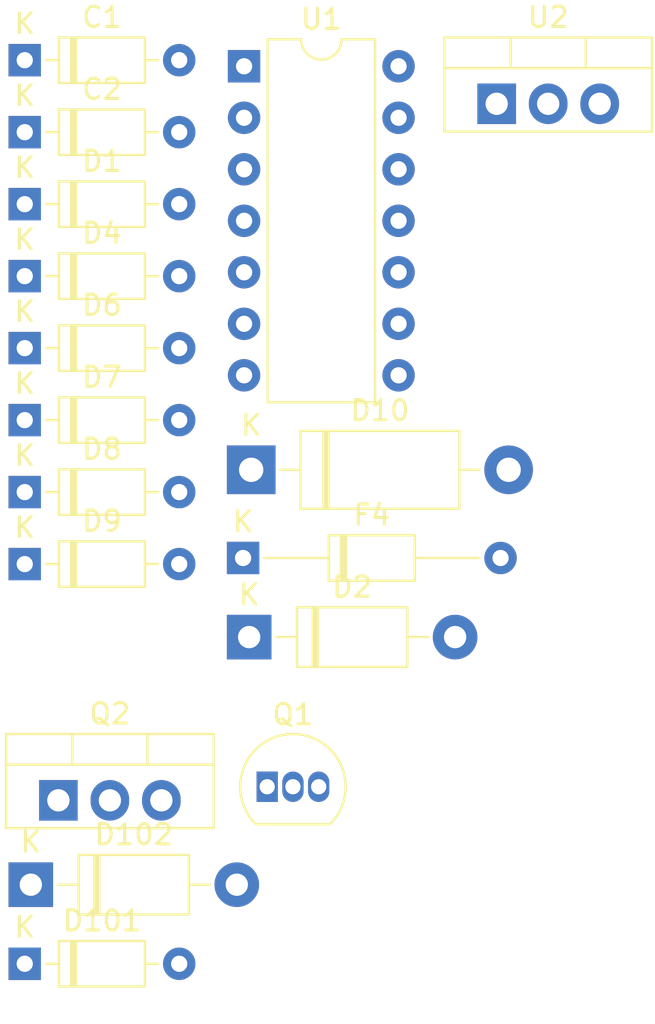
<source format=kicad_pcb>
(kicad_pcb (version 20221018) (generator pcbnew)
  (layers (0 "F.Cu" signal) (31 "B.Cu" signal) (34 "B.Paste" user) (35 "F.Paste" user) (36 "B.SilkS" user "B.Silkscreen") (37 "F.SilkS" user "F.Silkscreen") (38 "B.Mask" user) (39 "F.Mask" user) (44 "Edge.Cuts" user))
  (net 0 "")
  (net 1 "VDC")
  (net 2 "GND")
  (net 3 "+5V")
  (net 5 "POWER")
  (net 6 "Net-(D2-A)")
  (net 7 "Net-(D4-K)")
  (net 8 "Net-(D4-A)")
  (net 9 "Net-(D6-A)")
  (net 10 "Net-(D8-A)")
  (net 11 "Net-(D10-A1)")
  (net 12 "Net-(D10-A2)")
  (net 14 "Net-(B1-+)")
  (net 15 "Net-(Q1-C)")
  (net 16 "Net-(Q1-B)")
  (net 17 "Net-(Q2-G)")
  (net 18 "Net-(B1--)")
  (net 19 "/Driver module/~{RESET}")
  (net 20 "BULB DRIVE")
  (net 21 "Net-(U1-PA7)")
  (net 22 "/Driver module/MOSI")
  (net 23 "/Driver module/MISO")
  (net 24 "/Driver module/SCK")
  (net 25 "BULB STATUS")
  (net 26 "/Driver module/LED")
  (net 27 "/Driver module/INPUT_SW")
  (footprint "Package_TO_SOT_THT:TO-220-3_Vertical" (layer "F.Cu") (at 2.735 37.775)
    (fp_text reference "Q2" (at 2.54 -4.27) (layer "F.SilkS"))
    (fp_text value "IRF5305")
    (fp_line (start -2.58 -3.27) (end -2.58 1.371) (stroke (width 0.12)) (layer "F.SilkS"))
    (fp_line (start -2.58 -3.27) (end 7.66 -3.27) (stroke (width 0.12)) (layer "F.SilkS"))
    (fp_line (start -2.58 -1.76) (end 7.66 -1.76) (stroke (width 0.12)) (layer "F.SilkS"))
    (fp_line (start -2.58 1.371) (end 7.66 1.371) (stroke (width 0.12)) (layer "F.SilkS"))
    (fp_line (start 0.69 -3.27) (end 0.69 -1.76) (stroke (width 0.12)) (layer "F.SilkS"))
    (fp_line (start 4.391 -3.27) (end 4.391 -1.76) (stroke (width 0.12)) (layer "F.SilkS"))
    (fp_line (start 7.66 -3.27) (end 7.66 1.371) (stroke (width 0.12)) (layer "F.SilkS"))
    (pad "1" thru_hole rect (at 0 0) (size 1.905 2) (drill 1.1) (layers "*.Cu" "*.Mask") (net 17 "Net-(Q2-G)"))
    (pad "2" thru_hole oval (at 2.54 0) (size 1.905 2) (drill 1.1) (layers "*.Cu" "*.Mask") (net 2 "GND"))
    (pad "3" thru_hole oval (at 5.08 0) (size 1.905 2) (drill 1.1) (layers "*.Cu" "*.Mask") (net 18 "Net-(B1--)"))
  )
  (footprint "Diode_THT:D_DO-35_SOD27_P7.62mm_Horizontal" (layer "F.Cu") (at 1.075 1.275)
    (fp_text reference "C1" (at 3.81 -2.12) (layer "F.SilkS"))
    (fp_text value "100n")
    (fp_text user "K" (at 0 -1.8) (layer "F.SilkS"))
    (fp_line (start 1.04 0) (end 1.69 0) (stroke (width 0.12)) (layer "F.SilkS"))
    (fp_line (start 1.69 -1.12) (end 1.69 1.12) (stroke (width 0.12)) (layer "F.SilkS"))
    (fp_line (start 1.69 1.12) (end 5.93 1.12) (stroke (width 0.12)) (layer "F.SilkS"))
    (fp_line (start 2.29 -1.12) (end 2.29 1.12) (stroke (width 0.12)) (layer "F.SilkS"))
    (fp_line (start 2.41 -1.12) (end 2.41 1.12) (stroke (width 0.12)) (layer "F.SilkS"))
    (fp_line (start 2.53 -1.12) (end 2.53 1.12) (stroke (width 0.12)) (layer "F.SilkS"))
    (fp_line (start 5.93 -1.12) (end 1.69 -1.12) (stroke (width 0.12)) (layer "F.SilkS"))
    (fp_line (start 5.93 1.12) (end 5.93 -1.12) (stroke (width 0.12)) (layer "F.SilkS"))
    (fp_line (start 6.58 0) (end 5.93 0) (stroke (width 0.12)) (layer "F.SilkS"))
    (pad "1" thru_hole rect (at 0 0) (size 1.6 1.6) (drill 0.8) (layers "*.Cu" "*.Mask") (net 1 "VDC"))
    (pad "2" thru_hole oval (at 7.62 0) (size 1.6 1.6) (drill 0.8) (layers "*.Cu" "*.Mask") (net 2 "GND"))
  )
  (footprint "Diode_THT:D_DO-35_SOD27_P7.62mm_Horizontal" (layer "F.Cu") (at 1.075 45.835)
    (fp_text reference "D101" (at 3.81 -2.12) (layer "F.SilkS"))
    (fp_text value "BZX55C 5.1V")
    (fp_text user "K" (at 0 -1.8) (layer "F.SilkS"))
    (fp_line (start 1.04 0) (end 1.69 0) (stroke (width 0.12)) (layer "F.SilkS"))
    (fp_line (start 1.69 -1.12) (end 1.69 1.12) (stroke (width 0.12)) (layer "F.SilkS"))
    (fp_line (start 1.69 1.12) (end 5.93 1.12) (stroke (width 0.12)) (layer "F.SilkS"))
    (fp_line (start 2.29 -1.12) (end 2.29 1.12) (stroke (width 0.12)) (layer "F.SilkS"))
    (fp_line (start 2.41 -1.12) (end 2.41 1.12) (stroke (width 0.12)) (layer "F.SilkS"))
    (fp_line (start 2.53 -1.12) (end 2.53 1.12) (stroke (width 0.12)) (layer "F.SilkS"))
    (fp_line (start 5.93 -1.12) (end 1.69 -1.12) (stroke (width 0.12)) (layer "F.SilkS"))
    (fp_line (start 5.93 1.12) (end 5.93 -1.12) (stroke (width 0.12)) (layer "F.SilkS"))
    (fp_line (start 6.58 0) (end 5.93 0) (stroke (width 0.12)) (layer "F.SilkS"))
    (pad "1" thru_hole rect (at 0 0) (size 1.6 1.6) (drill 0.8) (layers "*.Cu" "*.Mask") (net 2 "GND"))
    (pad "2" thru_hole oval (at 7.62 0) (size 1.6 1.6) (drill 0.8) (layers "*.Cu" "*.Mask"))
  )
  (footprint "Diode_THT:D_DO-35_SOD27_P7.62mm_Horizontal" (layer "F.Cu") (at 1.075 11.925)
    (fp_text reference "D4" (at 3.81 -2.12) (layer "F.SilkS"))
    (fp_text value "1N4148")
    (fp_text user "K" (at 0 -1.8) (layer "F.SilkS"))
    (fp_line (start 1.04 0) (end 1.69 0) (stroke (width 0.12)) (layer "F.SilkS"))
    (fp_line (start 1.69 -1.12) (end 1.69 1.12) (stroke (width 0.12)) (layer "F.SilkS"))
    (fp_line (start 1.69 1.12) (end 5.93 1.12) (stroke (width 0.12)) (layer "F.SilkS"))
    (fp_line (start 2.29 -1.12) (end 2.29 1.12) (stroke (width 0.12)) (layer "F.SilkS"))
    (fp_line (start 2.41 -1.12) (end 2.41 1.12) (stroke (width 0.12)) (layer "F.SilkS"))
    (fp_line (start 2.53 -1.12) (end 2.53 1.12) (stroke (width 0.12)) (layer "F.SilkS"))
    (fp_line (start 5.93 -1.12) (end 1.69 -1.12) (stroke (width 0.12)) (layer "F.SilkS"))
    (fp_line (start 5.93 1.12) (end 5.93 -1.12) (stroke (width 0.12)) (layer "F.SilkS"))
    (fp_line (start 6.58 0) (end 5.93 0) (stroke (width 0.12)) (layer "F.SilkS"))
    (pad "1" thru_hole rect (at 0 0) (size 1.6 1.6) (drill 0.8) (layers "*.Cu" "*.Mask") (net 7 "Net-(D4-K)"))
    (pad "2" thru_hole oval (at 7.62 0) (size 1.6 1.6) (drill 0.8) (layers "*.Cu" "*.Mask") (net 8 "Net-(D4-A)"))
  )
  (footprint "Diode_THT:D_DO-35_SOD27_P7.62mm_Horizontal" (layer "F.Cu") (at 1.075 22.575)
    (fp_text reference "D8" (at 3.81 -2.12) (layer "F.SilkS"))
    (fp_text value "1N4148")
    (fp_text user "K" (at 0 -1.8) (layer "F.SilkS"))
    (fp_line (start 1.04 0) (end 1.69 0) (stroke (width 0.12)) (layer "F.SilkS"))
    (fp_line (start 1.69 -1.12) (end 1.69 1.12) (stroke (width 0.12)) (layer "F.SilkS"))
    (fp_line (start 1.69 1.12) (end 5.93 1.12) (stroke (width 0.12)) (layer "F.SilkS"))
    (fp_line (start 2.29 -1.12) (end 2.29 1.12) (stroke (width 0.12)) (layer "F.SilkS"))
    (fp_line (start 2.41 -1.12) (end 2.41 1.12) (stroke (width 0.12)) (layer "F.SilkS"))
    (fp_line (start 2.53 -1.12) (end 2.53 1.12) (stroke (width 0.12)) (layer "F.SilkS"))
    (fp_line (start 5.93 -1.12) (end 1.69 -1.12) (stroke (width 0.12)) (layer "F.SilkS"))
    (fp_line (start 5.93 1.12) (end 5.93 -1.12) (stroke (width 0.12)) (layer "F.SilkS"))
    (fp_line (start 6.58 0) (end 5.93 0) (stroke (width 0.12)) (layer "F.SilkS"))
    (pad "1" thru_hole rect (at 0 0) (size 1.6 1.6) (drill 0.8) (layers "*.Cu" "*.Mask") (net 3 "+5V"))
    (pad "2" thru_hole oval (at 7.62 0) (size 1.6 1.6) (drill 0.8) (layers "*.Cu" "*.Mask") (net 10 "Net-(D8-A)"))
  )
  (footprint "Package_TO_SOT_THT:TO-92_Inline" (layer "F.Cu") (at 13.035 37.105)
    (fp_text reference "Q1" (at 1.27 -3.56) (layer "F.SilkS"))
    (fp_text value "BC547")
    (fp_line (start -0.53 1.85) (end 3.07 1.85) (stroke (width 0.12)) (layer "F.SilkS"))
    (fp_arc (start -0.568478 1.838478) (mid -1.132087 -0.994977) (end 1.27 -2.6) (stroke (width 0.12)) (layer "F.SilkS"))
    (fp_arc (start 1.27 -2.6) (mid 3.672087 -0.994977) (end 3.108478 1.838478) (stroke (width 0.12)) (layer "F.SilkS"))
    (pad "1" thru_hole rect (at 0 0) (size 1.05 1.5) (drill 0.75) (layers "*.Cu" "*.Mask") (net 15 "Net-(Q1-C)"))
    (pad "2" thru_hole oval (at 1.27 0) (size 1.05 1.5) (drill 0.75) (layers "*.Cu" "*.Mask") (net 16 "Net-(Q1-B)"))
    (pad "3" thru_hole oval (at 2.54 0) (size 1.05 1.5) (drill 0.75) (layers "*.Cu" "*.Mask") (net 2 "GND"))
  )
  (footprint "Diode_THT:D_DO-35_SOD27_P7.62mm_Horizontal" (layer "F.Cu") (at 1.075 26.125)
    (fp_text reference "D9" (at 3.81 -2.12) (layer "F.SilkS"))
    (fp_text value "1N4148")
    (fp_text user "K" (at 0 -1.8) (layer "F.SilkS"))
    (fp_line (start 1.04 0) (end 1.69 0) (stroke (width 0.12)) (layer "F.SilkS"))
    (fp_line (start 1.69 -1.12) (end 1.69 1.12) (stroke (width 0.12)) (layer "F.SilkS"))
    (fp_line (start 1.69 1.12) (end 5.93 1.12) (stroke (width 0.12)) (layer "F.SilkS"))
    (fp_line (start 2.29 -1.12) (end 2.29 1.12) (stroke (width 0.12)) (layer "F.SilkS"))
    (fp_line (start 2.41 -1.12) (end 2.41 1.12) (stroke (width 0.12)) (layer "F.SilkS"))
    (fp_line (start 2.53 -1.12) (end 2.53 1.12) (stroke (width 0.12)) (layer "F.SilkS"))
    (fp_line (start 5.93 -1.12) (end 1.69 -1.12) (stroke (width 0.12)) (layer "F.SilkS"))
    (fp_line (start 5.93 1.12) (end 5.93 -1.12) (stroke (width 0.12)) (layer "F.SilkS"))
    (fp_line (start 6.58 0) (end 5.93 0) (stroke (width 0.12)) (layer "F.SilkS"))
    (pad "1" thru_hole rect (at 0 0) (size 1.6 1.6) (drill 0.8) (layers "*.Cu" "*.Mask") (net 10 "Net-(D8-A)"))
    (pad "2" thru_hole oval (at 7.62 0) (size 1.6 1.6) (drill 0.8) (layers "*.Cu" "*.Mask") (net 2 "GND"))
  )
  (footprint "Diode_THT:D_DO-41_SOD81_P10.16mm_Horizontal" (layer "F.Cu") (at 1.375 41.935)
    (fp_text reference "D102" (at 5.08 -2.47) (layer "F.SilkS"))
    (fp_text value "1N4001")
    (fp_text user "K" (at 0 -2.1) (layer "F.SilkS"))
    (fp_line (start 1.34 0) (end 2.36 0) (stroke (width 0.12)) (layer "F.SilkS"))
    (fp_line (start 2.36 -1.47) (end 2.36 1.47) (stroke (width 0.12)) (layer "F.SilkS"))
    (fp_line (start 2.36 1.47) (end 7.8 1.47) (stroke (width 0.12)) (layer "F.SilkS"))
    (fp_line (start 3.14 -1.47) (end 3.14 1.47) (stroke (width 0.12)) (layer "F.SilkS"))
    (fp_line (start 3.26 -1.47) (end 3.26 1.47) (stroke (width 0.12)) (layer "F.SilkS"))
    (fp_line (start 3.38 -1.47) (end 3.38 1.47) (stroke (width 0.12)) (layer "F.SilkS"))
    (fp_line (start 7.8 -1.47) (end 2.36 -1.47) (stroke (width 0.12)) (layer "F.SilkS"))
    (fp_line (start 7.8 1.47) (end 7.8 -1.47) (stroke (width 0.12)) (layer "F.SilkS"))
    (fp_line (start 8.82 0) (end 7.8 0) (stroke (width 0.12)) (layer "F.SilkS"))
    (pad "1" thru_hole rect (at 0 0) (size 2.2 2.2) (drill 1.1) (layers "*.Cu" "*.Mask") (net 5 "POWER"))
    (pad "2" thru_hole oval (at 10.16 0) (size 2.2 2.2) (drill 1.1) (layers "*.Cu" "*.Mask") (net 14 "Net-(B1-+)"))
  )
  (footprint "Diode_THT:D_DO-35_SOD27_P7.62mm_Horizontal" (layer "F.Cu") (at 1.075 8.375)
    (fp_text reference "D1" (at 3.81 -2.12) (layer "F.SilkS"))
    (fp_text value "BZX55C 5.1V")
    (fp_text user "K" (at 0 -1.8) (layer "F.SilkS"))
    (fp_line (start 1.04 0) (end 1.69 0) (stroke (width 0.12)) (layer "F.SilkS"))
    (fp_line (start 1.69 -1.12) (end 1.69 1.12) (stroke (width 0.12)) (layer "F.SilkS"))
    (fp_line (start 1.69 1.12) (end 5.93 1.12) (stroke (width 0.12)) (layer "F.SilkS"))
    (fp_line (start 2.29 -1.12) (end 2.29 1.12) (stroke (width 0.12)) (layer "F.SilkS"))
    (fp_line (start 2.41 -1.12) (end 2.41 1.12) (stroke (width 0.12)) (layer "F.SilkS"))
    (fp_line (start 2.53 -1.12) (end 2.53 1.12) (stroke (width 0.12)) (layer "F.SilkS"))
    (fp_line (start 5.93 -1.12) (end 1.69 -1.12) (stroke (width 0.12)) (layer "F.SilkS"))
    (fp_line (start 5.93 1.12) (end 5.93 -1.12) (stroke (width 0.12)) (layer "F.SilkS"))
    (fp_line (start 6.58 0) (end 5.93 0) (stroke (width 0.12)) (layer "F.SilkS"))
    (pad "1" thru_hole rect (at 0 0) (size 1.6 1.6) (drill 0.8) (layers "*.Cu" "*.Mask") (net 2 "GND"))
    (pad "2" thru_hole oval (at 7.62 0) (size 1.6 1.6) (drill 0.8) (layers "*.Cu" "*.Mask"))
  )
  (footprint "Diode_THT:D_DO-15_P12.70mm_Horizontal" (layer "F.Cu") (at 12.245 21.475)
    (fp_text reference "D10" (at 6.35 -2.92) (layer "F.SilkS"))
    (fp_text value "P6KE20CA")
    (fp_text user "K" (at 0 -2.2) (layer "F.SilkS"))
    (fp_line (start 1.44 0) (end 2.43 0) (stroke (width 0.12)) (layer "F.SilkS"))
    (fp_line (start 2.43 -1.92) (end 2.43 1.92) (stroke (width 0.12)) (layer "F.SilkS"))
    (fp_line (start 2.43 1.92) (end 10.27 1.92) (stroke (width 0.12)) (layer "F.SilkS"))
    (fp_line (start 3.57 -1.92) (end 3.57 1.92) (stroke (width 0.12)) (layer "F.SilkS"))
    (fp_line (start 3.69 -1.92) (end 3.69 1.92) (stroke (width 0.12)) (layer "F.SilkS"))
    (fp_line (start 3.81 -1.92) (end 3.81 1.92) (stroke (width 0.12)) (layer "F.SilkS"))
    (fp_line (start 10.27 -1.92) (end 2.43 -1.92) (stroke (width 0.12)) (layer "F.SilkS"))
    (fp_line (start 10.27 1.92) (end 10.27 -1.92) (stroke (width 0.12)) (layer "F.SilkS"))
    (fp_line (start 11.26 0) (end 10.27 0) (stroke (width 0.12)) (layer "F.SilkS"))
    (pad "1" thru_hole rect (at 0 0) (size 2.4 2.4) (drill 1.2) (layers "*.Cu" "*.Mask") (net 11 "Net-(D10-A1)"))
    (pad "2" thru_hole oval (at 12.7 0) (size 2.4 2.4) (drill 1.2) (layers "*.Cu" "*.Mask") (net 12 "Net-(D10-A2)"))
  )
  (footprint "Diode_THT:D_DO-35_SOD27_P7.62mm_Horizontal" (layer "F.Cu") (at 1.075 15.475)
    (fp_text reference "D6" (at 3.81 -2.12) (layer "F.SilkS"))
    (fp_text value "1N4148")
    (fp_text user "K" (at 0 -1.8) (layer "F.SilkS"))
    (fp_line (start 1.04 0) (end 1.69 0) (stroke (width 0.12)) (layer "F.SilkS"))
    (fp_line (start 1.69 -1.12) (end 1.69 1.12) (stroke (width 0.12)) (layer "F.SilkS"))
    (fp_line (start 1.69 1.12) (end 5.93 1.12) (stroke (width 0.12)) (layer "F.SilkS"))
    (fp_line (start 2.29 -1.12) (end 2.29 1.12) (stroke (width 0.12)) (layer "F.SilkS"))
    (fp_line (start 2.41 -1.12) (end 2.41 1.12) (stroke (width 0.12)) (layer "F.SilkS"))
    (fp_line (start 2.53 -1.12) (end 2.53 1.12) (stroke (width 0.12)) (layer "F.SilkS"))
    (fp_line (start 5.93 -1.12) (end 1.69 -1.12) (stroke (width 0.12)) (layer "F.SilkS"))
    (fp_line (start 5.93 1.12) (end 5.93 -1.12) (stroke (width 0.12)) (layer "F.SilkS"))
    (fp_line (start 6.58 0) (end 5.93 0) (stroke (width 0.12)) (layer "F.SilkS"))
    (pad "1" thru_hole rect (at 0 0) (size 1.6 1.6) (drill 0.8) (layers "*.Cu" "*.Mask") (net 3 "+5V"))
    (pad "2" thru_hole oval (at 7.62 0) (size 1.6 1.6) (drill 0.8) (layers "*.Cu" "*.Mask") (net 9 "Net-(D6-A)"))
  )
  (footprint "Diode_THT:D_DO-35_SOD27_P7.62mm_Horizontal" (layer "F.Cu") (at 1.075 19.025)
    (fp_text reference "D7" (at 3.81 -2.12) (layer "F.SilkS"))
    (fp_text value "1N4148")
    (fp_text user "K" (at 0 -1.8) (layer "F.SilkS"))
    (fp_line (start 1.04 0) (end 1.69 0) (stroke (width 0.12)) (layer "F.SilkS"))
    (fp_line (start 1.69 -1.12) (end 1.69 1.12) (stroke (width 0.12)) (layer "F.SilkS"))
    (fp_line (start 1.69 1.12) (end 5.93 1.12) (stroke (width 0.12)) (layer "F.SilkS"))
    (fp_line (start 2.29 -1.12) (end 2.29 1.12) (stroke (width 0.12)) (layer "F.SilkS"))
    (fp_line (start 2.41 -1.12) (end 2.41 1.12) (stroke (width 0.12)) (layer "F.SilkS"))
    (fp_line (start 2.53 -1.12) (end 2.53 1.12) (stroke (width 0.12)) (layer "F.SilkS"))
    (fp_line (start 5.93 -1.12) (end 1.69 -1.12) (stroke (width 0.12)) (layer "F.SilkS"))
    (fp_line (start 5.93 1.12) (end 5.93 -1.12) (stroke (width 0.12)) (layer "F.SilkS"))
    (fp_line (start 6.58 0) (end 5.93 0) (stroke (width 0.12)) (layer "F.SilkS"))
    (pad "1" thru_hole rect (at 0 0) (size 1.6 1.6) (drill 0.8) (layers "*.Cu" "*.Mask") (net 9 "Net-(D6-A)"))
    (pad "2" thru_hole oval (at 7.62 0) (size 1.6 1.6) (drill 0.8) (layers "*.Cu" "*.Mask") (net 2 "GND"))
  )
  (footprint "Package_DIP:DIP-14_W7.62mm" (layer "F.Cu") (at 11.895 1.575)
    (fp_text reference "U1" (at 3.81 -2.33) (layer "F.SilkS"))
    (fp_text value "ATtiny84A-PU")
    (fp_line (start 1.16 -1.33) (end 1.16 16.57) (stroke (width 0.12)) (layer "F.SilkS"))
    (fp_line (start 1.16 16.57) (end 6.46 16.57) (stroke (width 0.12)) (layer "F.SilkS"))
    (fp_line (start 2.81 -1.33) (end 1.16 -1.33) (stroke (width 0.12)) (layer "F.SilkS"))
    (fp_line (start 6.46 -1.33) (end 4.81 -1.33) (stroke (width 0.12)) (layer "F.SilkS"))
    (fp_line (start 6.46 16.57) (end 6.46 -1.33) (stroke (width 0.12)) (layer "F.SilkS"))
    (fp_arc (start 4.81 -1.33) (mid 3.81 -0.33) (end 2.81 -1.33) (stroke (width 0.12)) (layer "F.SilkS"))
    (pad "1" thru_hole rect (at 0 0) (size 1.6 1.6) (drill 0.8) (layers "*.Cu" "*.Mask") (net 3 "+5V"))
    (pad "2" thru_hole oval (at 0 2.54) (size 1.6 1.6) (drill 0.8) (layers "*.Cu" "*.Mask") (net 9 "Net-(D6-A)"))
    (pad "3" thru_hole oval (at 0 5.08) (size 1.6 1.6) (drill 0.8) (layers "*.Cu" "*.Mask") (net 10 "Net-(D8-A)"))
    (pad "4" thru_hole oval (at 0 7.62) (size 1.6 1.6) (drill 0.8) (layers "*.Cu" "*.Mask") (net 19 "/Driver module/~{RESET}"))
    (pad "5" thru_hole oval (at 0 10.16) (size 1.6 1.6) (drill 0.8) (layers "*.Cu" "*.Mask") (net 20 "BULB DRIVE"))
    (pad "6" thru_hole oval (at 0 12.7) (size 1.6 1.6) (drill 0.8) (layers "*.Cu" "*.Mask") (net 21 "Net-(U1-PA7)"))
    (pad "7" thru_hole oval (at 0 15.24) (size 1.6 1.6) (drill 0.8) (layers "*.Cu" "*.Mask") (net 22 "/Driver module/MOSI"))
    (pad "8" thru_hole oval (at 7.62 15.24) (size 1.6 1.6) (drill 0.8) (layers "*.Cu" "*.Mask") (net 23 "/Driver module/MISO"))
    (pad "9" thru_hole oval (at 7.62 12.7) (size 1.6 1.6) (drill 0.8) (layers "*.Cu" "*.Mask") (net 24 "/Driver module/SCK"))
    (pad "10" thru_hole oval (at 7.62 10.16) (size 1.6 1.6) (drill 0.8) (layers "*.Cu" "*.Mask") (net 25 "BULB STATUS"))
    (pad "11" thru_hole oval (at 7.62 7.62) (size 1.6 1.6) (drill 0.8) (layers "*.Cu" "*.Mask") (net 26 "/Driver module/LED"))
    (pad "12" thru_hole oval (at 7.62 5.08) (size 1.6 1.6) (drill 0.8) (layers "*.Cu" "*.Mask") (net 8 "Net-(D4-A)"))
    (pad "13" thru_hole oval (at 7.62 2.54) (size 1.6 1.6) (drill 0.8) (layers "*.Cu" "*.Mask") (net 27 "/Driver module/INPUT_SW"))
    (pad "14" thru_hole oval (at 7.62 0) (size 1.6 1.6) (drill 0.8) (layers "*.Cu" "*.Mask") (net 2 "GND"))
  )
  (footprint "Diode_THT:D_DO-35_SOD27_P12.70mm_Horizontal" (layer "F.Cu") (at 11.845 25.825)
    (fp_text reference "F4" (at 6.35 -2.12) (layer "F.SilkS"))
    (fp_text value "LP60-075 0.75A")
    (fp_text user "K" (at 0 -1.8) (layer "F.SilkS"))
    (fp_line (start 1.04 0) (end 4.23 0) (stroke (width 0.12)) (layer "F.SilkS"))
    (fp_line (start 4.23 -1.12) (end 4.23 1.12) (stroke (width 0.12)) (layer "F.SilkS"))
    (fp_line (start 4.23 1.12) (end 8.47 1.12) (stroke (width 0.12)) (layer "F.SilkS"))
    (fp_line (start 4.83 -1.12) (end 4.83 1.12) (stroke (width 0.12)) (layer "F.SilkS"))
    (fp_line (start 4.95 -1.12) (end 4.95 1.12) (stroke (width 0.12)) (layer "F.SilkS"))
    (fp_line (start 5.07 -1.12) (end 5.07 1.12) (stroke (width 0.12)) (layer "F.SilkS"))
    (fp_line (start 8.47 -1.12) (end 4.23 -1.12) (stroke (width 0.12)) (layer "F.SilkS"))
    (fp_line (start 8.47 1.12) (end 8.47 -1.12) (stroke (width 0.12)) (layer "F.SilkS"))
    (fp_line (start 11.66 0) (end 8.47 0) (stroke (width 0.12)) (layer "F.SilkS"))
    (pad "1" thru_hole rect (at 0 0) (size 1.6 1.6) (drill 0.8) (layers "*.Cu" "*.Mask") (net 5 "POWER"))
    (pad "2" thru_hole oval (at 12.7 0) (size 1.6 1.6) (drill 0.8) (layers "*.Cu" "*.Mask") (net 1 "VDC"))
  )
  (footprint "Diode_THT:D_DO-35_SOD27_P7.62mm_Horizontal" (layer "F.Cu") (at 1.075 4.825)
    (fp_text reference "C2" (at 3.81 -2.12) (layer "F.SilkS"))
    (fp_text value "100n")
    (fp_text user "K" (at 0 -1.8) (layer "F.SilkS"))
    (fp_line (start 1.04 0) (end 1.69 0) (stroke (width 0.12)) (layer "F.SilkS"))
    (fp_line (start 1.69 -1.12) (end 1.69 1.12) (stroke (width 0.12)) (layer "F.SilkS"))
    (fp_line (start 1.69 1.12) (end 5.93 1.12) (stroke (width 0.12)) (layer "F.SilkS"))
    (fp_line (start 2.29 -1.12) (end 2.29 1.12) (stroke (width 0.12)) (layer "F.SilkS"))
    (fp_line (start 2.41 -1.12) (end 2.41 1.12) (stroke (width 0.12)) (layer "F.SilkS"))
    (fp_line (start 2.53 -1.12) (end 2.53 1.12) (stroke (width 0.12)) (layer "F.SilkS"))
    (fp_line (start 5.93 -1.12) (end 1.69 -1.12) (stroke (width 0.12)) (layer "F.SilkS"))
    (fp_line (start 5.93 1.12) (end 5.93 -1.12) (stroke (width 0.12)) (layer "F.SilkS"))
    (fp_line (start 6.58 0) (end 5.93 0) (stroke (width 0.12)) (layer "F.SilkS"))
    (pad "1" thru_hole rect (at 0 0) (size 1.6 1.6) (drill 0.8) (layers "*.Cu" "*.Mask") (net 3 "+5V"))
    (pad "2" thru_hole oval (at 7.62 0) (size 1.6 1.6) (drill 0.8) (layers "*.Cu" "*.Mask") (net 2 "GND"))
  )
  (footprint "Package_TO_SOT_THT:TO-220-3_Vertical" (layer "F.Cu") (at 24.355 3.425)
    (fp_text reference "U2" (at 2.54 -4.27) (layer "F.SilkS"))
    (fp_text value "LM7905")
    (fp_line (start -2.58 -3.27) (end -2.58 1.371) (stroke (width 0.12)) (layer "F.SilkS"))
    (fp_line (start -2.58 -3.27) (end 7.66 -3.27) (stroke (width 0.12)) (layer "F.SilkS"))
    (fp_line (start -2.58 -1.76) (end 7.66 -1.76) (stroke (width 0.12)) (layer "F.SilkS"))
    (fp_line (start -2.58 1.371) (end 7.66 1.371) (stroke (width 0.12)) (layer "F.SilkS"))
    (fp_line (start 0.69 -3.27) (end 0.69 -1.76) (stroke (width 0.12)) (layer "F.SilkS"))
    (fp_line (start 4.391 -3.27) (end 4.391 -1.76) (stroke (width 0.12)) (layer "F.SilkS"))
    (fp_line (start 7.66 -3.27) (end 7.66 1.371) (stroke (width 0.12)) (layer "F.SilkS"))
    (pad "1" thru_hole rect (at 0 0) (size 1.905 2) (drill 1.1) (layers "*.Cu" "*.Mask") (net 2 "GND"))
    (pad "2" thru_hole oval (at 2.54 0) (size 1.905 2) (drill 1.1) (layers "*.Cu" "*.Mask") (net 1 "VDC"))
    (pad "3" thru_hole oval (at 5.08 0) (size 1.905 2) (drill 1.1) (layers "*.Cu" "*.Mask") (net 3 "+5V"))
  )
  (footprint "Diode_THT:D_DO-41_SOD81_P10.16mm_Horizontal" (layer "F.Cu") (at 12.145 29.725)
    (fp_text reference "D2" (at 5.08 -2.47) (layer "F.SilkS"))
    (fp_text value "1N4001")
    (fp_text user "K" (at 0 -2.1) (layer "F.SilkS"))
    (fp_line (start 1.34 0) (end 2.36 0) (stroke (width 0.12)) (layer "F.SilkS"))
    (fp_line (start 2.36 -1.47) (end 2.36 1.47) (stroke (width 0.12)) (layer "F.SilkS"))
    (fp_line (start 2.36 1.47) (end 7.8 1.47) (stroke (width 0.12)) (layer "F.SilkS"))
    (fp_line (start 3.14 -1.47) (end 3.14 1.47) (stroke (width 0.12)) (layer "F.SilkS"))
    (fp_line (start 3.26 -1.47) (end 3.26 1.47) (stroke (width 0.12)) (layer "F.SilkS"))
    (fp_line (start 3.38 -1.47) (end 3.38 1.47) (stroke (width 0.12)) (layer "F.SilkS"))
    (fp_line (start 7.8 -1.47) (end 2.36 -1.47) (stroke (width 0.12)) (layer "F.SilkS"))
    (fp_line (start 7.8 1.47) (end 7.8 -1.47) (stroke (width 0.12)) (layer "F.SilkS"))
    (fp_line (start 8.82 0) (end 7.8 0) (stroke (width 0.12)) (layer "F.SilkS"))
    (pad "1" thru_hole rect (at 0 0) (size 2.2 2.2) (drill 1.1) (layers "*.Cu" "*.Mask") (net 5 "POWER"))
    (pad "2" thru_hole oval (at 10.16 0) (size 2.2 2.2) (drill 1.1) (layers "*.Cu" "*.Mask") (net 6 "Net-(D2-A)"))
  )
)
</source>
